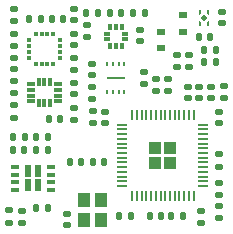
<source format=gtp>
G04 #@! TF.GenerationSoftware,KiCad,Pcbnew,(6.0.7)*
G04 #@! TF.CreationDate,2022-09-17T21:46:44-05:00*
G04 #@! TF.ProjectId,picofusion,7069636f-6675-4736-996f-6e2e6b696361,rev?*
G04 #@! TF.SameCoordinates,Original*
G04 #@! TF.FileFunction,Paste,Top*
G04 #@! TF.FilePolarity,Positive*
%FSLAX46Y46*%
G04 Gerber Fmt 4.6, Leading zero omitted, Abs format (unit mm)*
G04 Created by KiCad (PCBNEW (6.0.7)) date 2022-09-17 21:46:44*
%MOMM*%
%LPD*%
G01*
G04 APERTURE LIST*
G04 Aperture macros list*
%AMRoundRect*
0 Rectangle with rounded corners*
0 $1 Rounding radius*
0 $2 $3 $4 $5 $6 $7 $8 $9 X,Y pos of 4 corners*
0 Add a 4 corners polygon primitive as box body*
4,1,4,$2,$3,$4,$5,$6,$7,$8,$9,$2,$3,0*
0 Add four circle primitives for the rounded corners*
1,1,$1+$1,$2,$3*
1,1,$1+$1,$4,$5*
1,1,$1+$1,$6,$7*
1,1,$1+$1,$8,$9*
0 Add four rect primitives between the rounded corners*
20,1,$1+$1,$2,$3,$4,$5,0*
20,1,$1+$1,$4,$5,$6,$7,0*
20,1,$1+$1,$6,$7,$8,$9,0*
20,1,$1+$1,$8,$9,$2,$3,0*%
%AMRotRect*
0 Rectangle, with rotation*
0 The origin of the aperture is its center*
0 $1 length*
0 $2 width*
0 $3 Rotation angle, in degrees counterclockwise*
0 Add horizontal line*
21,1,$1,$2,0,0,$3*%
%AMFreePoly0*
4,1,6,0.220000,-0.105000,-0.180000,-0.105000,-0.180000,-0.075000,0.000000,0.105000,0.220000,0.105000,0.220000,-0.105000,0.220000,-0.105000,$1*%
%AMFreePoly1*
4,1,6,0.180000,0.075000,0.000000,-0.105000,-0.220000,-0.105000,-0.220000,0.105000,0.180000,0.105000,0.180000,0.075000,0.180000,0.075000,$1*%
%AMFreePoly2*
4,1,6,0.180000,-0.075000,0.180000,-0.105000,-0.220000,-0.105000,-0.220000,0.105000,0.000000,0.105000,0.180000,-0.075000,0.180000,-0.075000,$1*%
%AMFreePoly3*
4,1,6,0.220000,-0.105000,0.000000,-0.105000,-0.180000,0.075000,-0.180000,0.105000,0.220000,0.105000,0.220000,-0.105000,0.220000,-0.105000,$1*%
G04 Aperture macros list end*
%ADD10RoundRect,0.140000X-0.170000X0.140000X-0.170000X-0.140000X0.170000X-0.140000X0.170000X0.140000X0*%
%ADD11RoundRect,0.135000X-0.135000X-0.185000X0.135000X-0.185000X0.135000X0.185000X-0.135000X0.185000X0*%
%ADD12RoundRect,0.135000X0.185000X-0.135000X0.185000X0.135000X-0.185000X0.135000X-0.185000X-0.135000X0*%
%ADD13RoundRect,0.140000X0.170000X-0.140000X0.170000X0.140000X-0.170000X0.140000X-0.170000X-0.140000X0*%
%ADD14RoundRect,0.140000X-0.140000X-0.170000X0.140000X-0.170000X0.140000X0.170000X-0.140000X0.170000X0*%
%ADD15RoundRect,0.147500X0.147500X0.172500X-0.147500X0.172500X-0.147500X-0.172500X0.147500X-0.172500X0*%
%ADD16RoundRect,0.135000X-0.185000X0.135000X-0.185000X-0.135000X0.185000X-0.135000X0.185000X0.135000X0*%
%ADD17R,0.700000X0.600000*%
%ADD18FreePoly0,90.000000*%
%ADD19FreePoly1,90.000000*%
%ADD20FreePoly2,90.000000*%
%ADD21FreePoly3,90.000000*%
%ADD22RotRect,0.420000X0.420000X135.000000*%
%ADD23R,1.600000X0.200000*%
%ADD24R,0.250000X0.300000*%
%ADD25RoundRect,0.031500X-0.273500X-0.143500X0.273500X-0.143500X0.273500X0.143500X-0.273500X0.143500X0*%
%ADD26RoundRect,0.031500X0.143500X-0.273500X0.143500X0.273500X-0.143500X0.273500X-0.143500X-0.273500X0*%
%ADD27RoundRect,0.031500X0.273500X0.143500X-0.273500X0.143500X-0.273500X-0.143500X0.273500X-0.143500X0*%
%ADD28RoundRect,0.031500X-0.143500X0.273500X-0.143500X-0.273500X0.143500X-0.273500X0.143500X0.273500X0*%
%ADD29R,0.450000X0.300000*%
%ADD30R,0.300000X0.450000*%
%ADD31RoundRect,0.140000X0.140000X0.170000X-0.140000X0.170000X-0.140000X-0.170000X0.140000X-0.170000X0*%
%ADD32RoundRect,0.014000X-0.181000X-0.161000X0.181000X-0.161000X0.181000X0.161000X-0.181000X0.161000X0*%
%ADD33RoundRect,0.017500X-0.157500X-0.177500X0.157500X-0.177500X0.157500X0.177500X-0.157500X0.177500X0*%
%ADD34RoundRect,0.135000X0.135000X0.185000X-0.135000X0.185000X-0.135000X-0.185000X0.135000X-0.185000X0*%
%ADD35R,0.600000X1.000000*%
%ADD36R,0.650000X0.350000*%
%ADD37R,1.000000X1.150000*%
%ADD38RoundRect,0.250000X-0.292217X-0.292217X0.292217X-0.292217X0.292217X0.292217X-0.292217X0.292217X0*%
%ADD39RoundRect,0.050000X-0.387500X-0.050000X0.387500X-0.050000X0.387500X0.050000X-0.387500X0.050000X0*%
%ADD40RoundRect,0.050000X-0.050000X-0.387500X0.050000X-0.387500X0.050000X0.387500X-0.050000X0.387500X0*%
G04 APERTURE END LIST*
D10*
G04 #@! TO.C,C11*
X156400000Y-30757500D03*
X156400000Y-31717500D03*
G04 #@! TD*
D11*
G04 #@! TO.C,R9*
X152545000Y-31650000D03*
X153565000Y-31650000D03*
G04 #@! TD*
D12*
G04 #@! TO.C,R15*
X151300000Y-39960000D03*
X151300000Y-38940000D03*
G04 #@! TD*
G04 #@! TO.C,R24*
X168680000Y-48510000D03*
X168680000Y-47490000D03*
G04 #@! TD*
G04 #@! TO.C,R21*
X158000000Y-40460000D03*
X158000000Y-39440000D03*
G04 #@! TD*
D13*
G04 #@! TO.C,C1*
X162300000Y-37100000D03*
X162300000Y-36140000D03*
G04 #@! TD*
D14*
G04 #@! TO.C,C19*
X154220000Y-40100000D03*
X155180000Y-40100000D03*
G04 #@! TD*
D15*
G04 #@! TO.C,D2*
X168385000Y-34250000D03*
X167415000Y-34250000D03*
G04 #@! TD*
D16*
G04 #@! TO.C,R14*
X151300000Y-30790000D03*
X151300000Y-31810000D03*
G04 #@! TD*
D13*
G04 #@! TO.C,C10*
X163300000Y-37680000D03*
X163300000Y-36720000D03*
G04 #@! TD*
D12*
G04 #@! TO.C,R7*
X156400000Y-35935000D03*
X156400000Y-34915000D03*
G04 #@! TD*
D17*
G04 #@! TO.C,D1*
X163750000Y-32700000D03*
X163750000Y-34100000D03*
G04 #@! TD*
D16*
G04 #@! TO.C,R16*
X151300000Y-36890000D03*
X151300000Y-37910000D03*
G04 #@! TD*
D18*
G04 #@! TO.C,U3*
X167725000Y-31070000D03*
D19*
X167075000Y-31930000D03*
D20*
X167725000Y-31930000D03*
D21*
X167075000Y-31070000D03*
D22*
X167400000Y-31500000D03*
G04 #@! TD*
D23*
G04 #@! TO.C,U1*
X159900000Y-36600000D03*
D24*
X159150000Y-37800000D03*
X159650000Y-37800000D03*
X160150000Y-37800000D03*
X160650000Y-37800000D03*
X160650000Y-35400000D03*
X160150000Y-35400000D03*
X159650000Y-35400000D03*
X159150000Y-35400000D03*
G04 #@! TD*
D10*
G04 #@! TO.C,C4*
X157900000Y-35400000D03*
X157900000Y-36360000D03*
G04 #@! TD*
D12*
G04 #@! TO.C,R11*
X151950000Y-48860000D03*
X151950000Y-47840000D03*
G04 #@! TD*
D25*
G04 #@! TO.C,U4*
X152715000Y-37100000D03*
X152715000Y-37600000D03*
X152715000Y-38100000D03*
X152715000Y-38600000D03*
D26*
X153375000Y-38760000D03*
X153875000Y-38760000D03*
X154375000Y-38760000D03*
D27*
X155035000Y-38600000D03*
X155035000Y-38100000D03*
X155035000Y-37600000D03*
X155035000Y-37100000D03*
D28*
X154375000Y-36940000D03*
X153875000Y-36940000D03*
X153375000Y-36940000D03*
G04 #@! TD*
D10*
G04 #@! TO.C,C5*
X155800000Y-48110000D03*
X155800000Y-49070000D03*
G04 #@! TD*
D13*
G04 #@! TO.C,C25*
X168000000Y-38300000D03*
X168000000Y-37340000D03*
G04 #@! TD*
D29*
G04 #@! TO.C,U5*
X152600000Y-33437500D03*
X152600000Y-33937500D03*
X152600000Y-34437500D03*
X152600000Y-34937500D03*
D30*
X153125000Y-35462500D03*
X153625000Y-35462500D03*
X154125000Y-35462500D03*
X154625000Y-35462500D03*
D29*
X155150000Y-34937500D03*
X155150000Y-34437500D03*
X155150000Y-33937500D03*
X155150000Y-33437500D03*
D30*
X154625000Y-32912500D03*
X154125000Y-32912500D03*
X153625000Y-32912500D03*
X153125000Y-32912500D03*
G04 #@! TD*
D31*
G04 #@! TO.C,C9*
X163730000Y-48300000D03*
X162770000Y-48300000D03*
G04 #@! TD*
D13*
G04 #@! TO.C,C17*
X156400000Y-40130000D03*
X156400000Y-39170000D03*
G04 #@! TD*
D14*
G04 #@! TO.C,C28*
X155995000Y-43762500D03*
X156955000Y-43762500D03*
G04 #@! TD*
D10*
G04 #@! TO.C,C18*
X156400000Y-37020000D03*
X156400000Y-37980000D03*
G04 #@! TD*
D12*
G04 #@! TO.C,R2*
X165057500Y-35700000D03*
X165057500Y-34680000D03*
G04 #@! TD*
D13*
G04 #@! TO.C,C26*
X164300000Y-37680000D03*
X164300000Y-36720000D03*
G04 #@! TD*
D14*
G04 #@! TO.C,C8*
X160210000Y-48300000D03*
X161170000Y-48300000D03*
G04 #@! TD*
D13*
G04 #@! TO.C,C20*
X156400000Y-33827500D03*
X156400000Y-32867500D03*
G04 #@! TD*
D31*
G04 #@! TO.C,C6*
X158930000Y-43762500D03*
X157970000Y-43762500D03*
G04 #@! TD*
D32*
G04 #@! TO.C,U6*
X159130000Y-32850000D03*
X159130000Y-33350000D03*
D33*
X159410000Y-33880000D03*
X159910000Y-33880000D03*
X160410000Y-33880000D03*
D32*
X160690000Y-33350000D03*
X160690000Y-32850000D03*
D33*
X160410000Y-32320000D03*
X159910000Y-32320000D03*
X159410000Y-32320000D03*
G04 #@! TD*
D10*
G04 #@! TO.C,C14*
X168900000Y-31020000D03*
X168900000Y-31980000D03*
G04 #@! TD*
D34*
G04 #@! TO.C,R22*
X154210000Y-41650000D03*
X153190000Y-41650000D03*
G04 #@! TD*
D12*
G04 #@! TO.C,R8*
X151300000Y-33870000D03*
X151300000Y-32850000D03*
G04 #@! TD*
D14*
G04 #@! TO.C,C16*
X166920000Y-33150000D03*
X167880000Y-33150000D03*
G04 #@! TD*
G04 #@! TO.C,C21*
X154470000Y-31650000D03*
X155430000Y-31650000D03*
G04 #@! TD*
D34*
G04 #@! TO.C,R20*
X158410000Y-31150000D03*
X157390000Y-31150000D03*
G04 #@! TD*
D10*
G04 #@! TO.C,C15*
X168680000Y-45520000D03*
X168680000Y-46480000D03*
G04 #@! TD*
D16*
G04 #@! TO.C,R5*
X168690000Y-43090000D03*
X168690000Y-44110000D03*
G04 #@! TD*
G04 #@! TO.C,R18*
X167150000Y-47890000D03*
X167150000Y-48910000D03*
G04 #@! TD*
D14*
G04 #@! TO.C,C27*
X151200000Y-42700000D03*
X152160000Y-42700000D03*
G04 #@! TD*
D34*
G04 #@! TO.C,R13*
X154200000Y-42700000D03*
X153180000Y-42700000D03*
G04 #@! TD*
D13*
G04 #@! TO.C,C7*
X159000000Y-40432500D03*
X159000000Y-39472500D03*
G04 #@! TD*
G04 #@! TO.C,C12*
X151290000Y-35880000D03*
X151290000Y-34920000D03*
G04 #@! TD*
D34*
G04 #@! TO.C,R17*
X152190000Y-41650000D03*
X151170000Y-41650000D03*
G04 #@! TD*
D13*
G04 #@! TO.C,C13*
X167000000Y-38300000D03*
X167000000Y-37340000D03*
G04 #@! TD*
D35*
G04 #@! TO.C,U7*
X152512500Y-44510400D03*
X153287500Y-44510400D03*
X152512500Y-45710400D03*
X153287500Y-45710400D03*
D36*
X154450000Y-46085400D03*
X154450000Y-45435400D03*
X154450000Y-44785400D03*
X154450000Y-44135400D03*
X151350000Y-44135400D03*
X151350000Y-44785400D03*
X151350000Y-45435400D03*
X151350000Y-46085400D03*
G04 #@! TD*
D12*
G04 #@! TO.C,R4*
X169050000Y-38310000D03*
X169050000Y-37290000D03*
G04 #@! TD*
D34*
G04 #@! TO.C,R6*
X168410000Y-35250000D03*
X167390000Y-35250000D03*
G04 #@! TD*
D12*
G04 #@! TO.C,R23*
X157900000Y-38360000D03*
X157900000Y-37340000D03*
G04 #@! TD*
D13*
G04 #@! TO.C,C24*
X168680000Y-40432500D03*
X168680000Y-39472500D03*
G04 #@! TD*
D10*
G04 #@! TO.C,C22*
X161950000Y-32540000D03*
X161950000Y-33500000D03*
G04 #@! TD*
D37*
G04 #@! TO.C,Y1*
X157260000Y-46925000D03*
X157260000Y-48675000D03*
X158660000Y-48675000D03*
X158660000Y-46925000D03*
G04 #@! TD*
D14*
G04 #@! TO.C,C23*
X159415000Y-31150000D03*
X160375000Y-31150000D03*
G04 #@! TD*
G04 #@! TO.C,C2*
X164620000Y-48300000D03*
X165580000Y-48300000D03*
G04 #@! TD*
D16*
G04 #@! TO.C,R10*
X150900000Y-47830000D03*
X150900000Y-48850000D03*
G04 #@! TD*
D34*
G04 #@! TO.C,R12*
X154200000Y-47600000D03*
X153180000Y-47600000D03*
G04 #@! TD*
D11*
G04 #@! TO.C,R19*
X161390000Y-31150000D03*
X162410000Y-31150000D03*
G04 #@! TD*
D12*
G04 #@! TO.C,R1*
X157450000Y-33160000D03*
X157450000Y-32140000D03*
G04 #@! TD*
D13*
G04 #@! TO.C,C3*
X166000000Y-38300000D03*
X166000000Y-37340000D03*
G04 #@! TD*
D38*
G04 #@! TO.C,U2*
X164537500Y-43800000D03*
X163262500Y-42525000D03*
X163262500Y-43800000D03*
X164537500Y-42525000D03*
D39*
X160462500Y-40562500D03*
X160462500Y-40962500D03*
X160462500Y-41362500D03*
X160462500Y-41762500D03*
X160462500Y-42162500D03*
X160462500Y-42562500D03*
X160462500Y-42962500D03*
X160462500Y-43362500D03*
X160462500Y-43762500D03*
X160462500Y-44162500D03*
X160462500Y-44562500D03*
X160462500Y-44962500D03*
X160462500Y-45362500D03*
X160462500Y-45762500D03*
D40*
X161300000Y-46600000D03*
X161700000Y-46600000D03*
X162100000Y-46600000D03*
X162500000Y-46600000D03*
X162900000Y-46600000D03*
X163300000Y-46600000D03*
X163700000Y-46600000D03*
X164100000Y-46600000D03*
X164500000Y-46600000D03*
X164900000Y-46600000D03*
X165300000Y-46600000D03*
X165700000Y-46600000D03*
X166100000Y-46600000D03*
X166500000Y-46600000D03*
D39*
X167337500Y-45762500D03*
X167337500Y-45362500D03*
X167337500Y-44962500D03*
X167337500Y-44562500D03*
X167337500Y-44162500D03*
X167337500Y-43762500D03*
X167337500Y-43362500D03*
X167337500Y-42962500D03*
X167337500Y-42562500D03*
X167337500Y-42162500D03*
X167337500Y-41762500D03*
X167337500Y-41362500D03*
X167337500Y-40962500D03*
X167337500Y-40562500D03*
D40*
X166500000Y-39725000D03*
X166100000Y-39725000D03*
X165700000Y-39725000D03*
X165300000Y-39725000D03*
X164900000Y-39725000D03*
X164500000Y-39725000D03*
X164100000Y-39725000D03*
X163700000Y-39725000D03*
X163300000Y-39725000D03*
X162900000Y-39725000D03*
X162500000Y-39725000D03*
X162100000Y-39725000D03*
X161700000Y-39725000D03*
X161300000Y-39725000D03*
G04 #@! TD*
D12*
G04 #@! TO.C,R3*
X166120000Y-35700000D03*
X166120000Y-34680000D03*
G04 #@! TD*
D17*
G04 #@! TO.C,D3*
X165600000Y-32700000D03*
X165600000Y-31300000D03*
G04 #@! TD*
M02*

</source>
